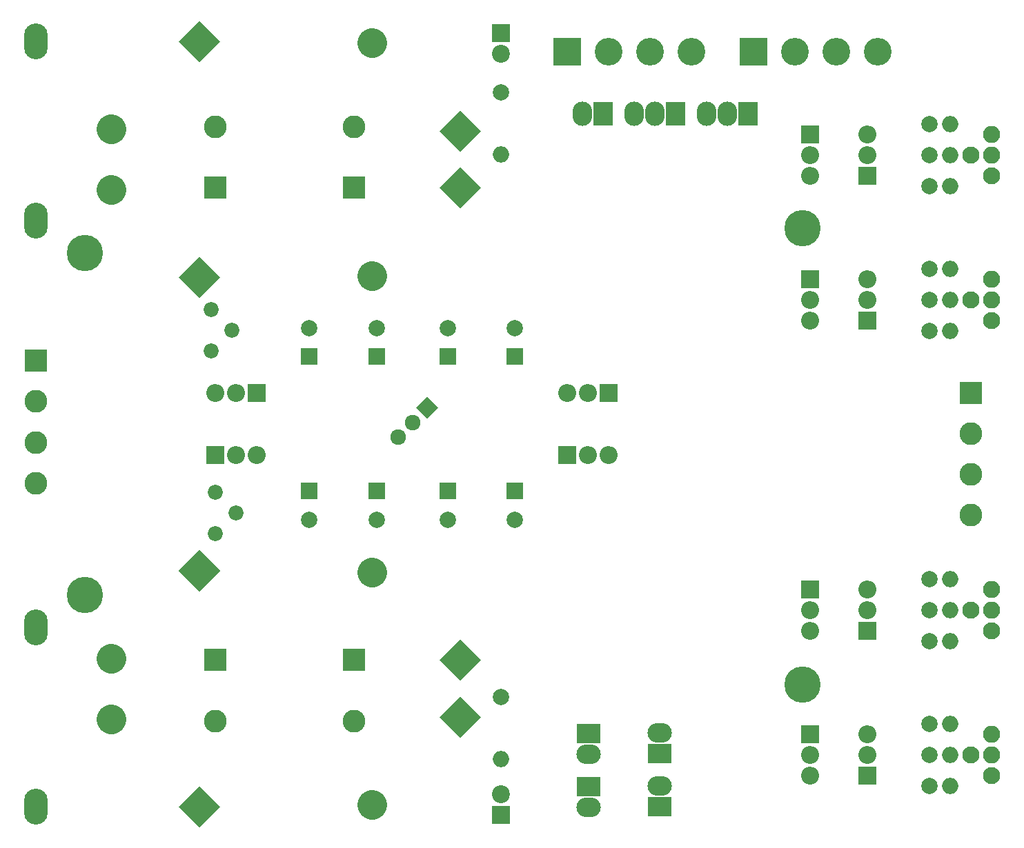
<source format=gbr>
G04 #@! TF.FileFunction,Soldermask,Bot*
%FSLAX46Y46*%
G04 Gerber Fmt 4.6, Leading zero omitted, Abs format (unit mm)*
G04 Created by KiCad (PCBNEW 4.0.7) date 02/27/18 01:19:25*
%MOMM*%
%LPD*%
G01*
G04 APERTURE LIST*
%ADD10C,0.100000*%
%ADD11C,3.600000*%
%ADD12C,3.400000*%
%ADD13R,3.400000X3.400000*%
%ADD14R,2.200000X2.200000*%
%ADD15O,2.200000X2.200000*%
%ADD16R,2.800000X2.800000*%
%ADD17C,2.800000*%
%ADD18R,2.400000X3.000000*%
%ADD19O,2.400000X3.000000*%
%ADD20C,1.920000*%
%ADD21C,2.000000*%
%ADD22O,2.000000X2.000000*%
%ADD23C,2.100000*%
%ADD24O,2.100000X2.100000*%
%ADD25R,3.000000X2.400000*%
%ADD26O,3.000000X2.400000*%
%ADD27R,2.000000X2.000000*%
%ADD28C,1.840000*%
%ADD29C,2.200000*%
%ADD30O,2.900000X4.400000*%
%ADD31C,4.464000*%
G04 APERTURE END LIST*
D10*
G36*
X98000000Y-128454416D02*
X100545584Y-131000000D01*
X98000000Y-133545584D01*
X95454416Y-131000000D01*
X98000000Y-128454416D01*
X98000000Y-128454416D01*
G37*
D11*
X87223693Y-141776307D02*
X87223693Y-141776307D01*
D12*
X116200000Y-49280000D03*
X121280000Y-49280000D03*
D13*
X111120000Y-49280000D03*
D12*
X126360000Y-49280000D03*
D14*
X147950000Y-138180000D03*
D15*
X147950000Y-135640000D03*
X147950000Y-133100000D03*
D14*
X147950000Y-82300000D03*
D15*
X147950000Y-79760000D03*
X147950000Y-77220000D03*
D16*
X160650000Y-91190000D03*
D17*
X160650000Y-96190000D03*
X160650000Y-101190000D03*
X160650000Y-106190000D03*
D14*
X147950000Y-120400000D03*
D15*
X147950000Y-117860000D03*
X147950000Y-115320000D03*
D14*
X67940000Y-98810000D03*
D15*
X70480000Y-98810000D03*
X73020000Y-98810000D03*
D14*
X73020000Y-91190000D03*
D15*
X70480000Y-91190000D03*
X67940000Y-91190000D03*
D14*
X111120000Y-98810000D03*
D15*
X113660000Y-98810000D03*
X116200000Y-98810000D03*
D14*
X116200000Y-91190000D03*
D15*
X113660000Y-91190000D03*
X111120000Y-91190000D03*
D18*
X115565000Y-56900000D03*
D19*
X113025000Y-56900000D03*
D20*
X92203949Y-94796051D03*
X90407898Y-96592102D03*
D10*
G36*
X92642355Y-93000000D02*
X94000000Y-91642355D01*
X95357645Y-93000000D01*
X94000000Y-94357645D01*
X92642355Y-93000000D01*
X92642355Y-93000000D01*
G37*
D21*
X155570000Y-135640000D03*
D22*
X158110000Y-135640000D03*
D21*
X155570000Y-139450000D03*
D22*
X158110000Y-139450000D03*
D21*
X155570000Y-131830000D03*
D22*
X158110000Y-131830000D03*
D21*
X155570000Y-117860000D03*
D22*
X158110000Y-117860000D03*
D21*
X155570000Y-121670000D03*
D22*
X158110000Y-121670000D03*
D21*
X155570000Y-114050000D03*
D22*
X158110000Y-114050000D03*
D21*
X155570000Y-79760000D03*
D22*
X158110000Y-79760000D03*
D21*
X155570000Y-83570000D03*
D22*
X158110000Y-83570000D03*
D21*
X155570000Y-75950000D03*
D22*
X158110000Y-75950000D03*
D21*
X155570000Y-61980000D03*
D22*
X158110000Y-61980000D03*
D21*
X155570000Y-65790000D03*
D22*
X158110000Y-65790000D03*
D21*
X155570000Y-58170000D03*
D22*
X158110000Y-58170000D03*
D14*
X140965000Y-133100000D03*
D15*
X140965000Y-135640000D03*
X140965000Y-138180000D03*
D14*
X140965000Y-115320000D03*
D15*
X140965000Y-117860000D03*
X140965000Y-120400000D03*
D14*
X140965000Y-77220000D03*
D15*
X140965000Y-79760000D03*
X140965000Y-82300000D03*
D14*
X140965000Y-59440000D03*
D15*
X140965000Y-61980000D03*
X140965000Y-64520000D03*
D23*
X160650000Y-135640000D03*
X163190000Y-138180000D03*
D24*
X163190000Y-135640000D03*
X163190000Y-133100000D03*
D18*
X124455000Y-56900000D03*
D19*
X121915000Y-56900000D03*
X119375000Y-56900000D03*
D25*
X122500000Y-142000000D03*
D26*
X122500000Y-139460000D03*
D23*
X160650000Y-117860000D03*
X163190000Y-120400000D03*
D24*
X163190000Y-117860000D03*
X163190000Y-115320000D03*
D25*
X113750000Y-139500000D03*
D26*
X113750000Y-142040000D03*
D23*
X160650000Y-79760000D03*
X163190000Y-82300000D03*
D24*
X163190000Y-79760000D03*
X163190000Y-77220000D03*
D25*
X122500000Y-135500000D03*
D26*
X122500000Y-132960000D03*
D23*
X160650000Y-61980000D03*
X163190000Y-64520000D03*
D24*
X163190000Y-61980000D03*
X163190000Y-59440000D03*
D16*
X46000000Y-87250000D03*
D17*
X46000000Y-92250000D03*
X46000000Y-97250000D03*
X46000000Y-102250000D03*
D25*
X113750000Y-133000000D03*
D26*
X113750000Y-135540000D03*
D10*
G36*
X68545584Y-77000000D02*
X66000000Y-79545584D01*
X63454416Y-77000000D01*
X66000000Y-74454416D01*
X68545584Y-77000000D01*
X68545584Y-77000000D01*
G37*
D11*
X55223693Y-66223693D02*
X55223693Y-66223693D01*
D27*
X96500000Y-103250000D03*
D21*
X96500000Y-106750000D03*
D27*
X87750000Y-103250000D03*
D21*
X87750000Y-106750000D03*
D27*
X104750000Y-86750000D03*
D21*
X104750000Y-83250000D03*
D27*
X87750000Y-86750000D03*
D21*
X87750000Y-83250000D03*
D28*
X68000000Y-103420000D03*
X70540000Y-105960000D03*
X68000000Y-108500000D03*
X67500000Y-80920000D03*
X70040000Y-83460000D03*
X67500000Y-86000000D03*
D27*
X104750000Y-103250000D03*
D21*
X104750000Y-106750000D03*
D27*
X79500000Y-103250000D03*
D21*
X79500000Y-106750000D03*
D27*
X96500000Y-86750000D03*
D21*
X96500000Y-83250000D03*
D27*
X79500000Y-86750000D03*
D21*
X79500000Y-83250000D03*
X103000000Y-54250000D03*
D22*
X103000000Y-61870000D03*
D21*
X103000000Y-128500000D03*
D22*
X103000000Y-136120000D03*
D14*
X103000000Y-143000000D03*
D29*
X103000000Y-140460000D03*
D30*
X46000000Y-142000000D03*
X46000000Y-120000000D03*
D10*
G36*
X66000000Y-110454416D02*
X68545584Y-113000000D01*
X66000000Y-115545584D01*
X63454416Y-113000000D01*
X66000000Y-110454416D01*
X66000000Y-110454416D01*
G37*
D11*
X55223693Y-123776307D02*
X55223693Y-123776307D01*
D10*
G36*
X68545584Y-142000000D02*
X66000000Y-144545584D01*
X63454416Y-142000000D01*
X66000000Y-139454416D01*
X68545584Y-142000000D01*
X68545584Y-142000000D01*
G37*
D11*
X55223693Y-131223693D02*
X55223693Y-131223693D01*
D10*
G36*
X100545584Y-124000000D02*
X98000000Y-126545584D01*
X95454416Y-124000000D01*
X98000000Y-121454416D01*
X100545584Y-124000000D01*
X100545584Y-124000000D01*
G37*
D11*
X87223693Y-113223693D02*
X87223693Y-113223693D01*
D16*
X85000000Y-124000000D03*
D17*
X85000000Y-131500000D03*
D16*
X68000000Y-124000000D03*
D17*
X68000000Y-131500000D03*
D30*
X46000000Y-48000000D03*
X46000000Y-70000000D03*
D10*
G36*
X66000000Y-45454416D02*
X68545584Y-48000000D01*
X66000000Y-50545584D01*
X63454416Y-48000000D01*
X66000000Y-45454416D01*
X66000000Y-45454416D01*
G37*
D11*
X55223693Y-58776307D02*
X55223693Y-58776307D01*
D10*
G36*
X100545584Y-59000000D02*
X98000000Y-61545584D01*
X95454416Y-59000000D01*
X98000000Y-56454416D01*
X100545584Y-59000000D01*
X100545584Y-59000000D01*
G37*
D11*
X87223693Y-48223693D02*
X87223693Y-48223693D01*
D16*
X85000000Y-66000000D03*
D17*
X85000000Y-58500000D03*
D16*
X68000000Y-66000000D03*
D17*
X68000000Y-58500000D03*
D10*
G36*
X98000000Y-63454416D02*
X100545584Y-66000000D01*
X98000000Y-68545584D01*
X95454416Y-66000000D01*
X98000000Y-63454416D01*
X98000000Y-63454416D01*
G37*
D11*
X87223693Y-76776307D02*
X87223693Y-76776307D01*
D14*
X103000000Y-47000000D03*
D29*
X103000000Y-49540000D03*
D14*
X147950000Y-64520000D03*
D15*
X147950000Y-61980000D03*
X147950000Y-59440000D03*
D12*
X139060000Y-49280000D03*
X144140000Y-49280000D03*
D13*
X133980000Y-49280000D03*
D12*
X149220000Y-49280000D03*
D31*
X140000000Y-127000000D03*
X52000000Y-116000000D03*
X52000000Y-74000000D03*
X140000000Y-71000000D03*
D18*
X133345000Y-56900000D03*
D19*
X130805000Y-56900000D03*
X128265000Y-56900000D03*
M02*

</source>
